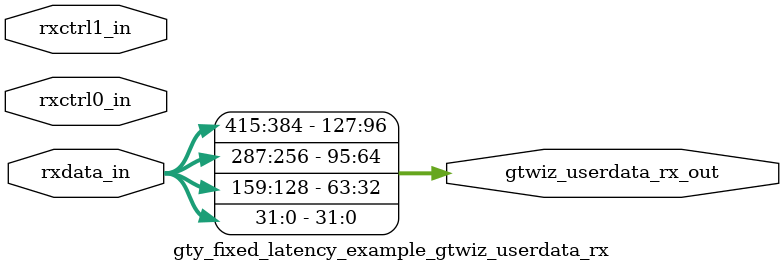
<source format=v>


`timescale 1ps/1ps


`timescale 1ps/1ps

module gty_fixed_latency_example_gtwiz_userdata_rx #(

  parameter integer P_RX_USER_DATA_WIDTH       = 32,
  parameter integer P_RX_DATA_DECODING         = 1,
  parameter integer P_TOTAL_NUMBER_OF_CHANNELS = 4

)(

  input  wire [(P_TOTAL_NUMBER_OF_CHANNELS*128)-1:0]                  rxdata_in,
  input  wire [(P_TOTAL_NUMBER_OF_CHANNELS* 16)-1:0]                  rxctrl0_in,
  input  wire [(P_TOTAL_NUMBER_OF_CHANNELS* 16)-1:0]                  rxctrl1_in,
  output wire [(P_TOTAL_NUMBER_OF_CHANNELS*P_RX_USER_DATA_WIDTH)-1:0] gtwiz_userdata_rx_out

);


  // -------------------------------------------------------------------------------------------------------------------
  // Receiver user data width sizing conditional generation, based on parameter values in module instantiation
  // -------------------------------------------------------------------------------------------------------------------
  generate if (1) begin : gen_gtwiz_userdata_rx_main
    genvar ch_idx;

    // If receiver data decoding is either not raw mode, or is raw mode but user data width is not modulus 10, then
    // simply assign the user-facing data vector with the active data bits from the transceiver-facing RXDATA vector.
    if ((P_RX_DATA_DECODING != 0) ||
       ((P_RX_DATA_DECODING == 0) && (P_RX_USER_DATA_WIDTH % 10 != 0))) begin : gen_rxdata

      for (ch_idx = 0; ch_idx < P_TOTAL_NUMBER_OF_CHANNELS; ch_idx = ch_idx + 1) begin : gen_assign
        assign gtwiz_userdata_rx_out[(P_RX_USER_DATA_WIDTH*ch_idx)+P_RX_USER_DATA_WIDTH-1:
                                     (P_RX_USER_DATA_WIDTH*ch_idx)] =
          rxdata_in[(128*ch_idx)+P_RX_USER_DATA_WIDTH-1:(128*ch_idx)];
      end

    end

    // If receiver data decoding is raw mode and user data width is modulus 10, then assign the user-facing data vector
    // with the specified combination of transceiver-facing RXDATA, RXCTRL0, and RXCTRL1 vectors. The interleaving of
    // these vectors is always in a repeating 8-1-1 bit pattern, scaling with the user data width size.
    else begin : gen_rxdata_rxctrl

      case (P_RX_USER_DATA_WIDTH)
        20:
          for (ch_idx = 0; ch_idx < P_TOTAL_NUMBER_OF_CHANNELS; ch_idx = ch_idx + 1) begin : gen_width20
            assign gtwiz_userdata_rx_out [(ch_idx*20)+19:(ch_idx*20)] =
              {rxctrl1_in[(ch_idx* 16)+1],
               rxctrl0_in[(ch_idx* 16)+1],
               rxdata_in [(ch_idx*128)+15:(ch_idx*128)+8],
               rxctrl1_in[(ch_idx* 16)],
               rxctrl0_in[(ch_idx* 16)],
               rxdata_in [(ch_idx*128)+7:ch_idx*128]};
          end

        40:
          for (ch_idx = 0; ch_idx < P_TOTAL_NUMBER_OF_CHANNELS; ch_idx = ch_idx + 1) begin : gen_width40
            assign gtwiz_userdata_rx_out [(ch_idx*40)+39:(ch_idx*40)] =
              {rxctrl1_in[(ch_idx* 16)+3],
               rxctrl0_in[(ch_idx* 16)+3],
               rxdata_in [(ch_idx*128)+31:(ch_idx*128)+24],
               rxctrl1_in[(ch_idx* 16)+2],
               rxctrl0_in[(ch_idx* 16)+2],
               rxdata_in [(ch_idx*128)+23:(ch_idx*128)+16],
               rxctrl1_in[(ch_idx* 16)+1],
               rxctrl0_in[(ch_idx* 16)+1],
               rxdata_in [(ch_idx*128)+15:(ch_idx*128)+8],
               rxctrl1_in[(ch_idx* 16)],
               rxctrl0_in[(ch_idx* 16)],
               rxdata_in [(ch_idx*128)+7:ch_idx*128]};
          end

        80:
          for (ch_idx = 0; ch_idx < P_TOTAL_NUMBER_OF_CHANNELS; ch_idx = ch_idx + 1) begin : gen_width80
            assign gtwiz_userdata_rx_out [(ch_idx*80)+79:(ch_idx*80)] =
              {rxctrl1_in[(ch_idx* 16)+7],
               rxctrl0_in[(ch_idx* 16)+7],
               rxdata_in [(ch_idx*128)+63:(ch_idx*128)+56],
               rxctrl1_in[(ch_idx* 16)+6],
               rxctrl0_in[(ch_idx* 16)+6],
               rxdata_in [(ch_idx*128)+55:(ch_idx*128)+48],
               rxctrl1_in[(ch_idx* 16)+5],
               rxctrl0_in[(ch_idx* 16)+5],
               rxdata_in [(ch_idx*128)+47:(ch_idx*128)+40],
               rxctrl1_in[(ch_idx* 16)+4],
               rxctrl0_in[(ch_idx* 16)+4],
               rxdata_in [(ch_idx*128)+39:(ch_idx*128)+32],
               rxctrl1_in[(ch_idx* 16)+3],
               rxctrl0_in[(ch_idx* 16)+3],
               rxdata_in [(ch_idx*128)+31:(ch_idx*128)+24],
               rxctrl1_in[(ch_idx* 16)+2],
               rxctrl0_in[(ch_idx* 16)+2],
               rxdata_in [(ch_idx*128)+23:(ch_idx*128)+16],
               rxctrl1_in[(ch_idx* 16)+1],
               rxctrl0_in[(ch_idx* 16)+1],
               rxdata_in [(ch_idx*128)+15:(ch_idx*128)+8],
               rxctrl1_in[(ch_idx* 16)],
               rxctrl0_in[(ch_idx* 16)],
               rxdata_in [(ch_idx*128)+7:ch_idx*128]};
          end

        160:
          for (ch_idx = 0; ch_idx < P_TOTAL_NUMBER_OF_CHANNELS; ch_idx = ch_idx + 1) begin : gen_width160
            assign gtwiz_userdata_rx_out [(ch_idx*160)+159:(ch_idx*160)] =
              {rxctrl1_in[(ch_idx* 16)+15],
               rxctrl0_in[(ch_idx* 16)+15],
               rxdata_in [(ch_idx*128)+127:(ch_idx*128)+120],
               rxctrl1_in[(ch_idx* 16)+14],
               rxctrl0_in[(ch_idx* 16)+14],
               rxdata_in [(ch_idx*128)+119:(ch_idx*128)+112],
               rxctrl1_in[(ch_idx* 16)+13],
               rxctrl0_in[(ch_idx* 16)+13],
               rxdata_in [(ch_idx*128)+111:(ch_idx*128)+104],
               rxctrl1_in[(ch_idx* 16)+12],
               rxctrl0_in[(ch_idx* 16)+12],
               rxdata_in [(ch_idx*128)+103:(ch_idx*128)+96],
               rxctrl1_in[(ch_idx* 16)+11],
               rxctrl0_in[(ch_idx* 16)+11],
               rxdata_in [(ch_idx*128)+95:(ch_idx*128)+88],
               rxctrl1_in[(ch_idx* 16)+10],
               rxctrl0_in[(ch_idx* 16)+10],
               rxdata_in [(ch_idx*128)+87:(ch_idx*128)+80],
               rxctrl1_in[(ch_idx* 16)+9],
               rxctrl0_in[(ch_idx* 16)+9],
               rxdata_in [(ch_idx*128)+79:(ch_idx*128)+72],
               rxctrl1_in[(ch_idx* 16)+8],
               rxctrl0_in[(ch_idx* 16)+8],
               rxdata_in [(ch_idx*128)+71:(ch_idx*128)+64],
               rxctrl1_in[(ch_idx* 16)+7],
               rxctrl0_in[(ch_idx* 16)+7],
               rxdata_in [(ch_idx*128)+63:(ch_idx*128)+56],
               rxctrl1_in[(ch_idx* 16)+6],
               rxctrl0_in[(ch_idx* 16)+6],
               rxdata_in [(ch_idx*128)+55:(ch_idx*128)+48],
               rxctrl1_in[(ch_idx* 16)+5],
               rxctrl0_in[(ch_idx* 16)+5],
               rxdata_in [(ch_idx*128)+47:(ch_idx*128)+40],
               rxctrl1_in[(ch_idx* 16)+4],
               rxctrl0_in[(ch_idx* 16)+4],
               rxdata_in [(ch_idx*128)+39:(ch_idx*128)+32],
               rxctrl1_in[(ch_idx* 16)+3],
               rxctrl0_in[(ch_idx* 16)+3],
               rxdata_in [(ch_idx*128)+31:(ch_idx*128)+24],
               rxctrl1_in[(ch_idx* 16)+2],
               rxctrl0_in[(ch_idx* 16)+2],
               rxdata_in [(ch_idx*128)+23:(ch_idx*128)+16],
               rxctrl1_in[(ch_idx* 16)+1],
               rxctrl0_in[(ch_idx* 16)+1],
               rxdata_in [(ch_idx*128)+15:(ch_idx*128)+8],
               rxctrl1_in[(ch_idx* 16)],
               rxctrl0_in[(ch_idx* 16)],
               rxdata_in [(ch_idx*128)+7:ch_idx*128]};
          end

        default:
          begin : gen_default
            // The default case is a configuration error scenario should never be exercised
            assign gtwiz_userdata_rx_out = {P_TOTAL_NUMBER_OF_CHANNELS*P_RX_USER_DATA_WIDTH{1'b1}};
          end
      endcase

    end

  end
  endgenerate


endmodule

</source>
